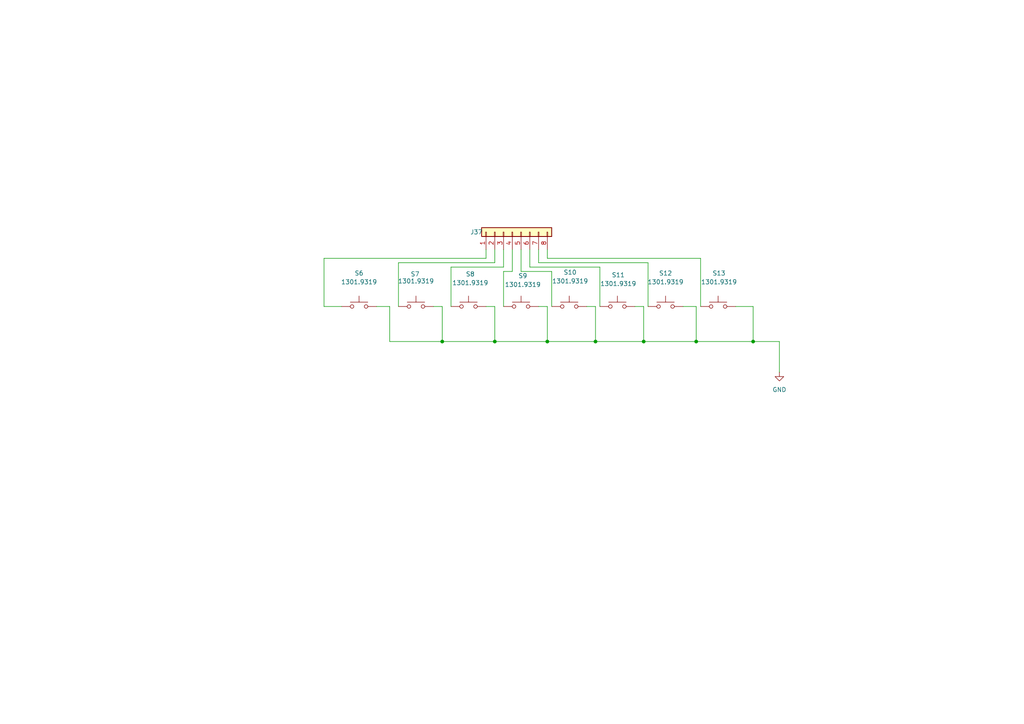
<source format=kicad_sch>
(kicad_sch (version 20250114) (generator "eeschema") (generator_version "9.0")
  (paper "A4")
  (lib_symbols
    (symbol "Connector_Generic:Conn_01x08" (pin_names (offset 1.016) (hide yes))
      (property "Reference" "J" (at 0 10.16 0))
      (property "Value" "Conn_01x08" (at 0 -12.7 0))
      (symbol "Conn_01x08_1_1"
        (rectangle (start -1.27 8.89) (end 1.27 -11.43) (stroke (width 0.254)) (fill (type background)))
        (rectangle (start -1.27 7.747) (end 0 7.493) (stroke (width 0.1524)))
        (rectangle (start -1.27 5.207) (end 0 4.953) (stroke (width 0.1524)))
        (rectangle (start -1.27 2.667) (end 0 2.413) (stroke (width 0.1524)))
        (rectangle (start -1.27 0.127) (end 0 -0.127) (stroke (width 0.1524)))
        (rectangle (start -1.27 -2.413) (end 0 -2.667) (stroke (width 0.1524)))
        (rectangle (start -1.27 -4.953) (end 0 -5.207) (stroke (width 0.1524)))
        (rectangle (start -1.27 -7.493) (end 0 -7.747) (stroke (width 0.1524)))
        (rectangle (start -1.27 -10.033) (end 0 -10.287) (stroke (width 0.1524)))
        (pin passive line (at -5.08 7.62 0) (length 3.81) (name "Pin_1") (number "1"))
        (pin passive line (at -5.08 5.08 0) (length 3.81) (name "Pin_2") (number "2"))
        (pin passive line (at -5.08 2.54 0) (length 3.81) (name "Pin_3") (number "3"))
        (pin passive line (at -5.08 0 0) (length 3.81) (name "Pin_4") (number "4"))
        (pin passive line (at -5.08 -2.54 0) (length 3.81) (name "Pin_5") (number "5"))
        (pin passive line (at -5.08 -5.08 0) (length 3.81) (name "Pin_6") (number "6"))
        (pin passive line (at -5.08 -7.62 0) (length 3.81) (name "Pin_7") (number "7"))
        (pin passive line (at -5.08 -10.16 0) (length 3.81) (name "Pin_8") (number "8"))
      )
    )
    (symbol "Switch:SW_Push" (pin_numbers (hide yes)) (pin_names (offset 1.016) (hide yes))
      (property "Reference" "SW" (at 1.27 2.54 0))
      (property "Value" "SW_Push" (at 0 -1.524 0))
      (symbol "SW_Push_0_1"
        (circle (center -2.032 0) (radius 0.508))
        (polyline (pts (xy 0 1.27) (xy 0 3.048)))
        (circle (center 2.032 0) (radius 0.508))
        (polyline (pts (xy 2.54 1.27) (xy -2.54 1.27)))
        (pin passive line (at -5.08 0 0) (length 2.54) (name "1") (number "1"))
        (pin passive line (at 5.08 0 180) (length 2.54) (name "2") (number "2"))
      )
    )
    (symbol "power:GND" (power) (pin_numbers (hide yes)) (pin_names (offset 0) (hide yes))
      (property "Value" "GND" (at 0 -3.81 0))
      (symbol "GND_0_1"
        (polyline (pts (xy 0 0) (xy 0 -1.27) (xy 1.27 -1.27) (xy 0 -2.54) (xy -1.27 -1.27) (xy 0 -1.27)))
      )
      (symbol "GND_1_1"
        (pin power_in line (at 0 0 270) (length 0) (name "~") (number "1"))
      )
    )
  )
  (junction (at 201.93 99.06))
  (junction (at 158.75 99.06))
  (junction (at 218.44 99.06))
  (junction (at 186.69 99.06))
  (junction (at 143.51 99.06))
  (junction (at 172.72 99.06))
  (junction (at 128.27 99.06))
  (wire (pts (xy 128.27 99.06) (xy 143.51 99.06)))
  (wire (pts (xy 184.15 88.9) (xy 186.69 88.9)))
  (wire (pts (xy 153.67 77.47) (xy 153.67 72.39)))
  (wire (pts (xy 140.97 74.93) (xy 140.97 72.39)))
  (wire (pts (xy 172.72 99.06) (xy 186.69 99.06)))
  (wire (pts (xy 218.44 88.9) (xy 218.44 99.06)))
  (wire (pts (xy 113.03 99.06) (xy 128.27 99.06)))
  (wire (pts (xy 173.99 77.47) (xy 153.67 77.47)))
  (wire (pts (xy 201.93 99.06) (xy 218.44 99.06)))
  (wire (pts (xy 130.81 77.47) (xy 146.05 77.47)))
  (wire (pts (xy 148.59 78.74) (xy 148.59 72.39)))
  (wire (pts (xy 128.27 88.9) (xy 128.27 99.06)))
  (wire (pts (xy 218.44 99.06) (xy 226.06 99.06)))
  (wire (pts (xy 160.02 88.9) (xy 160.02 78.74)))
  (wire (pts (xy 172.72 88.9) (xy 172.72 99.06)))
  (wire (pts (xy 99.06 88.9) (xy 93.98 88.9)))
  (wire (pts (xy 186.69 99.06) (xy 201.93 99.06)))
  (wire (pts (xy 140.97 88.9) (xy 143.51 88.9)))
  (wire (pts (xy 203.2 74.93) (xy 158.75 74.93)))
  (wire (pts (xy 146.05 77.47) (xy 146.05 72.39)))
  (wire (pts (xy 187.96 76.2) (xy 156.21 76.2)))
  (wire (pts (xy 201.93 88.9) (xy 201.93 99.06)))
  (wire (pts (xy 125.73 88.9) (xy 128.27 88.9)))
  (wire (pts (xy 213.36 88.9) (xy 218.44 88.9)))
  (wire (pts (xy 143.51 76.2) (xy 143.51 72.39)))
  (wire (pts (xy 158.75 74.93) (xy 158.75 72.39)))
  (wire (pts (xy 160.02 78.74) (xy 151.13 78.74)))
  (wire (pts (xy 130.81 88.9) (xy 130.81 77.47)))
  (wire (pts (xy 146.05 78.74) (xy 148.59 78.74)))
  (wire (pts (xy 115.57 88.9) (xy 115.57 76.2)))
  (wire (pts (xy 173.99 88.9) (xy 173.99 77.47)))
  (wire (pts (xy 186.69 88.9) (xy 186.69 99.06)))
  (wire (pts (xy 226.06 99.06) (xy 226.06 107.95)))
  (wire (pts (xy 143.51 88.9) (xy 143.51 99.06)))
  (wire (pts (xy 158.75 99.06) (xy 172.72 99.06)))
  (wire (pts (xy 203.2 88.9) (xy 203.2 74.93)))
  (wire (pts (xy 187.96 88.9) (xy 187.96 76.2)))
  (wire (pts (xy 115.57 76.2) (xy 143.51 76.2)))
  (wire (pts (xy 156.21 88.9) (xy 158.75 88.9)))
  (wire (pts (xy 143.51 99.06) (xy 158.75 99.06)))
  (wire (pts (xy 156.21 76.2) (xy 156.21 72.39)))
  (wire (pts (xy 158.75 88.9) (xy 158.75 99.06)))
  (wire (pts (xy 113.03 88.9) (xy 113.03 99.06)))
  (wire (pts (xy 93.98 74.93) (xy 140.97 74.93)))
  (wire (pts (xy 93.98 88.9) (xy 93.98 74.93)))
  (wire (pts (xy 146.05 88.9) (xy 146.05 78.74)))
  (wire (pts (xy 109.22 88.9) (xy 113.03 88.9)))
  (wire (pts (xy 151.13 78.74) (xy 151.13 72.39)))
  (wire (pts (xy 170.18 88.9) (xy 172.72 88.9)))
  (wire (pts (xy 198.12 88.9) (xy 201.93 88.9)))
  (symbol (lib_id "Connector_Generic:Conn_01x08") (at 148.59 67.31 90) (unit 1)
    (property "Reference" "J37" (at 138.176 67.31 90))
    (property "Value" "Conn_01x08" (effects (hide yes)))
    (property "Footprint" "Connector_PinHeader_2.54mm:PinHeader_1x08_P2.54mm_Vertical" (effects (hide yes)))
    (property "Description" "Generic connector, single row, 01x08, script generated (kicad-library-utils/schlib/autogen/connector/)" (effects (hide yes)))
  )
  (symbol (lib_id "Switch:SW_Push") (at 179.07 88.9 0) (unit 1)
    (property "Reference" "S11" (at 179.324 79.756 0))
    (property "Value" "1301.9319" (at 179.324 82.296 0))
    (property "Footprint" "Button_Switch_THT:SW_PUSH_6mm_H9.5mm" (effects (hide yes)))
    (property "Datasheet" "http://www.apem.com/int/index.php?controller=attachment&id_attachment=1371" (effects (hide yes)))
    (property "Description" "MEC 5E single pole normally-open tactile switch" (effects (hide yes)))
    (property "Height" "9" (effects (hide yes)))
    (property "Manufacturer_Name" "SCHURTER" (effects (hide yes)))
    (property "Manufacturer_Part_Number" "1301.9319" (effects (hide yes)))
  )
  (symbol (lib_id "Switch:SW_Push") (at 165.1 88.9 0) (unit 1)
    (property "Reference" "S10" (at 165.354 78.994 0))
    (property "Value" "1301.9319" (at 165.354 81.534 0))
    (property "Footprint" "Button_Switch_THT:SW_PUSH_6mm_H9.5mm" (effects (hide yes)))
    (property "Datasheet" "http://www.apem.com/int/index.php?controller=attachment&id_attachment=1371" (effects (hide yes)))
    (property "Description" "MEC 5E single pole normally-open tactile switch" (effects (hide yes)))
    (property "Height" "9" (effects (hide yes)))
    (property "Manufacturer_Name" "SCHURTER" (effects (hide yes)))
    (property "Manufacturer_Part_Number" "1301.9319" (effects (hide yes)))
  )
  (symbol (lib_id "Switch:SW_Push") (at 208.28 88.9 0) (unit 1)
    (property "Reference" "S13" (at 208.534 79.248 0))
    (property "Value" "1301.9319" (at 208.534 81.788 0))
    (property "Footprint" "Button_Switch_THT:SW_PUSH_6mm_H9.5mm" (effects (hide yes)))
    (property "Datasheet" "http://www.apem.com/int/index.php?controller=attachment&id_attachment=1371" (effects (hide yes)))
    (property "Description" "MEC 5E single pole normally-open tactile switch" (effects (hide yes)))
    (property "Height" "9" (effects (hide yes)))
    (property "Manufacturer_Name" "SCHURTER" (effects (hide yes)))
    (property "Manufacturer_Part_Number" "1301.9319" (effects (hide yes)))
  )
  (symbol (lib_id "Switch:SW_Push") (at 135.89 88.9 0) (unit 1)
    (property "Reference" "S8" (at 136.398 79.502 0))
    (property "Value" "1301.9319" (at 136.398 82.042 0))
    (property "Footprint" "Button_Switch_THT:SW_PUSH_6mm_H9.5mm" (effects (hide yes)))
    (property "Datasheet" "http://www.apem.com/int/index.php?controller=attachment&id_attachment=1371" (effects (hide yes)))
    (property "Description" "MEC 5E single pole normally-open tactile switch" (effects (hide yes)))
    (property "Height" "9" (effects (hide yes)))
    (property "Manufacturer_Name" "SCHURTER" (effects (hide yes)))
    (property "Manufacturer_Part_Number" "1301.9319" (effects (hide yes)))
  )
  (symbol (lib_id "Switch:SW_Push") (at 104.14 88.9 0) (unit 1)
    (property "Reference" "S6" (at 104.14 79.248 0))
    (property "Value" "1301.9319" (at 104.14 81.788 0))
    (property "Footprint" "Button_Switch_THT:SW_PUSH_6mm_H9.5mm" (effects (hide yes)))
    (property "Datasheet" "http://www.apem.com/int/index.php?controller=attachment&id_attachment=1371" (effects (hide yes)))
    (property "Description" "MEC 5E single pole normally-open tactile switch" (effects (hide yes)))
    (property "Height" "9" (effects (hide yes)))
    (property "Manufacturer_Name" "SCHURTER" (effects (hide yes)))
    (property "Manufacturer_Part_Number" "1301.9319" (effects (hide yes)))
  )
  (symbol (lib_id "Switch:SW_Push") (at 193.04 88.9 0) (unit 1)
    (property "Reference" "S12" (at 193.04 79.248 0))
    (property "Value" "1301.9319" (at 193.04 81.788 0))
    (property "Footprint" "Button_Switch_THT:SW_PUSH_6mm_H9.5mm" (effects (hide yes)))
    (property "Datasheet" "http://www.apem.com/int/index.php?controller=attachment&id_attachment=1371" (effects (hide yes)))
    (property "Description" "MEC 5E single pole normally-open tactile switch" (effects (hide yes)))
    (property "Height" "9" (effects (hide yes)))
    (property "Manufacturer_Name" "SCHURTER" (effects (hide yes)))
    (property "Manufacturer_Part_Number" "1301.9319" (effects (hide yes)))
  )
  (symbol (lib_id "Switch:SW_Push") (at 120.65 88.9 0) (unit 1)
    (property "Reference" "S7" (at 120.396 79.502 0))
    (property "Value" "1301.9319" (at 120.65 81.534 0))
    (property "Footprint" "Button_Switch_THT:SW_PUSH_6mm_H9.5mm" (effects (hide yes)))
    (property "Datasheet" "http://www.apem.com/int/index.php?controller=attachment&id_attachment=1371" (effects (hide yes)))
    (property "Description" "MEC 5E single pole normally-open tactile switch" (effects (hide yes)))
    (property "Height" "9" (effects (hide yes)))
    (property "Manufacturer_Name" "SCHURTER" (effects (hide yes)))
    (property "Manufacturer_Part_Number" "1301.9319" (effects (hide yes)))
  )
  (symbol (lib_id "power:GND") (at 226.06 107.95 0) (unit 1)
    (property "Reference" "#PWR071" (effects (hide yes)))
    (property "Value" "GND" (at 226.06 113.03 0))
    (property "Description" "Power symbol creates a global label with name \"GND\" , ground" (effects (hide yes)))
  )
  (symbol (lib_id "Switch:SW_Push") (at 151.13 88.9 0) (unit 1)
    (property "Reference" "S9" (at 151.638 80.01 0))
    (property "Value" "1301.9319" (at 151.638 82.55 0))
    (property "Footprint" "Button_Switch_THT:SW_PUSH_6mm_H9.5mm" (effects (hide yes)))
    (property "Datasheet" "http://www.apem.com/int/index.php?controller=attachment&id_attachment=1371" (effects (hide yes)))
    (property "Description" "MEC 5E single pole normally-open tactile switch" (effects (hide yes)))
    (property "Height" "9" (effects (hide yes)))
    (property "Manufacturer_Name" "SCHURTER" (effects (hide yes)))
    (property "Manufacturer_Part_Number" "1301.9319" (effects (hide yes)))
  )
)
</source>
